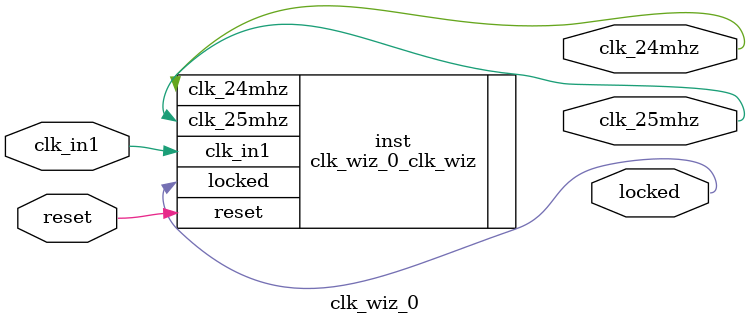
<source format=v>


`timescale 1ps/1ps

(* CORE_GENERATION_INFO = "clk_wiz_0,clk_wiz_v6_0_4_0_0,{component_name=clk_wiz_0,use_phase_alignment=true,use_min_o_jitter=false,use_max_i_jitter=false,use_dyn_phase_shift=false,use_inclk_switchover=false,use_dyn_reconfig=false,enable_axi=0,feedback_source=FDBK_AUTO,PRIMITIVE=MMCM,num_out_clk=2,clkin1_period=10.000,clkin2_period=10.000,use_power_down=false,use_reset=true,use_locked=true,use_inclk_stopped=false,feedback_type=SINGLE,CLOCK_MGR_TYPE=NA,manual_override=false}" *)

module clk_wiz_0 
 (
  // Clock out ports
  output        clk_25mhz,
  output        clk_24mhz,
  // Status and control signals
  input         reset,
  output        locked,
 // Clock in ports
  input         clk_in1
 );

  clk_wiz_0_clk_wiz inst
  (
  // Clock out ports  
  .clk_25mhz(clk_25mhz),
  .clk_24mhz(clk_24mhz),
  // Status and control signals               
  .reset(reset), 
  .locked(locked),
 // Clock in ports
  .clk_in1(clk_in1)
  );

endmodule

</source>
